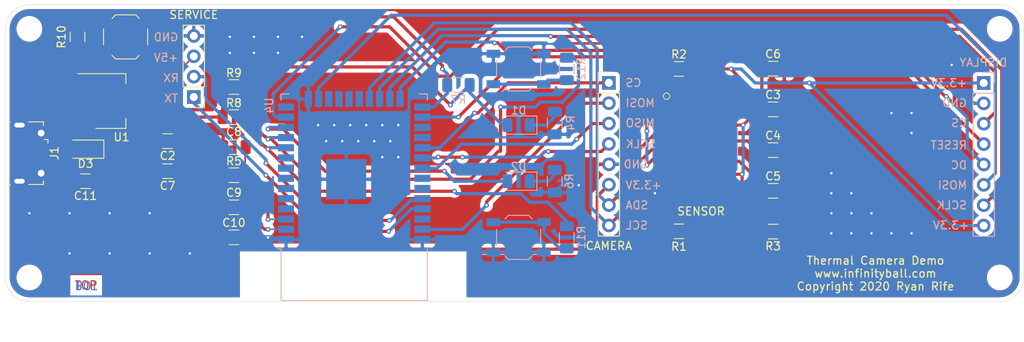
<source format=kicad_pcb>
(kicad_pcb (version 20171130) (host pcbnew "(5.1.5)-3")
  (title_block (title "AMG8833 Thermal Camera") (date 2020-04-11) (company "Ryan Rife"))
  (layers (0 F.Cu signal) (31 B.Cu signal) (34 B.Paste user) (35 F.Paste user) (36 B.SilkS user) (37 F.SilkS user) (38 B.Mask user) (39 F.Mask user) (44 Edge.Cuts user))
  (net 0 "")
  (net 1 GND)
  (net 2 +3V3)
  (net 3 "Net-(C4-Pad1)")
  (net 4 "Net-(C5-Pad2)")
  (net 5 "Net-(C5-Pad1)")
  (net 6 "Net-(R1-Pad2)")
  (net 7 "Net-(R2-Pad1)")
  (net 8 SCLK_CAM)
  (net 9 MISO_CAM)
  (net 10 MOSI_CAM)
  (net 11 CS_CAM)
  (net 12 MCU_RX)
  (net 13 MCU_TX)
  (net 14 SCL)
  (net 15 SDA)
  (net 16 RESET_TFT)
  (net 17 CS_TFT)
  (net 18 MOSI_TFT)
  (net 19 SCLK_TFT)
  (net 20 DC_TFT)
  (net 21 "Net-(C8-Pad1)")
  (net 22 "Net-(D1-Pad1)")
  (net 23 LED0)
  (net 24 "Net-(D2-Pad1)")
  (net 25 BOOT0)
  (net 26 BUTTON0)
  (net 27 BUTTON1)
  (net 28 "Net-(C11-Pad1)")
  (net 29 "Net-(R11-Pad1)")
  (net 30 "Net-(R12-Pad1)")
  (net 31 "Net-(BOOT1-Pad1)")
  (net 32 +5V)
  (module AMG8833:XDCR_AMG8833 (layer F.Cu) (at 168.5 37.25 270)
    (fp_text reference U2 (at -3.330345 -5.393685 90) (layer F.SilkS) (effects (font (size 1.001614 1.001614) (thickness 0.015))))
    (fp_text value AMG8833)
    (pad 13 smd rect (at -2.54 -3.05 270) (size 0.7 2.6) (layers F.Cu F.Paste F.Mask) (net 2 +3V3))
    (pad 12 smd rect (at -1.27 -3.05 270) (size 0.7 2.6) (layers F.Cu F.Paste F.Mask) (net 3 "Net-(C4-Pad1)"))
    (pad 11 smd rect (at 0 -3.05 270) (size 0.7 2.6) (layers F.Cu F.Paste F.Mask))
    (pad 10 smd rect (at 1.27 -3.05 270) (size 0.7 2.6) (layers F.Cu F.Paste F.Mask) (net 5 "Net-(C5-Pad1)"))
    (pad 9 smd rect (at 2.54 -3.05 270) (size 0.7 2.6) (layers F.Cu F.Paste F.Mask) (net 2 +3V3))
    (pad 6 smd rect (at 2.54 3.05 270) (size 0.7 2.6) (layers F.Cu F.Paste F.Mask) (net 1 GND))
    (pad 5 smd rect (at 1.27 3.05 270) (size 0.7 2.6) (layers F.Cu F.Paste F.Mask) (net 6 "Net-(R1-Pad2)"))
    (pad 4 smd rect (at 0 3.05 270) (size 0.7 2.6) (layers F.Cu F.Paste F.Mask) (net 7 "Net-(R2-Pad1)"))
    (pad 3 smd rect (at -1.27 3.05 270) (size 0.7 2.6) (layers F.Cu F.Paste F.Mask) (net 14 SCL))
    (pad 2 smd rect (at -2.54 3.05 270) (size 0.7 2.6) (layers F.Cu F.Paste F.Mask) (net 15 SDA))
    (pad 8 smd rect (at 5.5 -3.05 270) (size 0.8 2.6) (layers F.Cu F.Paste F.Mask))
    (pad 7 smd rect (at 5.5 3.05 270) (size 0.8 2.6) (layers F.Cu F.Paste F.Mask))
    (pad 1 smd rect (at -5.5 2.55 270) (size 0.8 3.6) (layers F.Cu F.Paste F.Mask))
    (pad 14 smd rect (at -5.5 -3.05 270) (size 0.8 2.6) (layers F.Cu F.Paste F.Mask))
  )
  (module Button_Switch_SMD:SW_SPST_TL3342 (layer B.Cu) (at 146 27)
    (fp_text reference SW3 hide)
    (fp_text value SW_Push)
    (pad 2 smd rect (at 3.15 -1.9) (size 1.7 1) (layers B.Cu B.Paste B.Mask) (net 1 GND))
    (pad 2 smd rect (at -3.15 -1.9) (size 1.7 1) (layers B.Cu B.Paste B.Mask) (net 1 GND))
    (pad 1 smd rect (at 3.15 1.9) (size 1.7 1) (layers B.Cu B.Paste B.Mask) (net 30 "Net-(R12-Pad1)"))
    (pad 1 smd rect (at -3.15 1.9) (size 1.7 1) (layers B.Cu B.Paste B.Mask) (net 30 "Net-(R12-Pad1)"))
  )
  (module Button_Switch_SMD:SW_SPST_TL3342 (layer B.Cu) (at 146 48 180)
    (fp_text reference SW2 hide)
    (fp_text value SW_Push)
    (pad 2 smd rect (at 3.15 -1.9 180) (size 1.7 1) (layers B.Cu B.Paste B.Mask) (net 1 GND))
    (pad 2 smd rect (at -3.15 -1.9 180) (size 1.7 1) (layers B.Cu B.Paste B.Mask) (net 1 GND))
    (pad 1 smd rect (at 3.15 1.9 180) (size 1.7 1) (layers B.Cu B.Paste B.Mask) (net 29 "Net-(R11-Pad1)"))
    (pad 1 smd rect (at -3.15 1.9 180) (size 1.7 1) (layers B.Cu B.Paste B.Mask) (net 29 "Net-(R11-Pad1)"))
  )
  (module Button_Switch_SMD:SW_SPST_TL3342 (layer F.Cu) (at 97 23)
    (fp_text reference BOOT1 hide)
    (fp_text value SW_Push)
    (pad 2 smd rect (at 3.15 1.9) (size 1.7 1) (layers F.Cu F.Paste F.Mask) (net 1 GND))
    (pad 2 smd rect (at -3.15 1.9) (size 1.7 1) (layers F.Cu F.Paste F.Mask) (net 1 GND))
    (pad 1 smd rect (at 3.15 -1.9) (size 1.7 1) (layers F.Cu F.Paste F.Mask) (net 31 "Net-(BOOT1-Pad1)"))
    (pad 1 smd rect (at -3.15 -1.9) (size 1.7 1) (layers F.Cu F.Paste F.Mask) (net 31 "Net-(BOOT1-Pad1)"))
  )
  (module Diode_SMD:D_1206_3216Metric (layer F.Cu) (at 92 37 180)
    (fp_text reference D3 (at 0 -1.82) (layer F.SilkS))
    (fp_text value D_Schottky)
    (pad 2 smd roundrect (at 1.4 0 180) (size 1.25 1.75) (layers F.Cu F.Paste F.Mask) (roundrect_rratio 0.2) (net 32 +5V))
    (pad 1 smd roundrect (at -1.4 0 180) (size 1.25 1.75) (layers F.Cu F.Paste F.Mask) (roundrect_rratio 0.2) (net 28 "Net-(C11-Pad1)"))
  )
  (module MountingHole:MountingHole_2.2mm_M2 (layer F.Cu) (at 206 22)
    (fp_text reference H4 hide)
    (fp_text value MountingHole)
    (pad 1 np_thru_hole circle (at 0 0) (size 2.2 2.2) (drill 2.2) (layers *.Cu *.Mask))
  )
  (module Resistor_SMD:R_1206_3216Metric (layer B.Cu) (at 152 27 90)
    (fp_text reference R12 (at 0 1.82 -90) (layer B.SilkS) (effects (justify mirror)))
    (fp_text value 1K)
    (pad 2 smd roundrect (at 1.4 0 90) (size 1.25 1.75) (layers B.Cu B.Paste B.Mask) (roundrect_rratio 0.2) (net 27 BUTTON1))
    (pad 1 smd roundrect (at -1.4 0 90) (size 1.25 1.75) (layers B.Cu B.Paste B.Mask) (roundrect_rratio 0.2) (net 30 "Net-(R12-Pad1)"))
  )
  (module Resistor_SMD:R_1206_3216Metric (layer B.Cu) (at 152 48 90)
    (fp_text reference R11 (at 0 1.82 -90) (layer B.SilkS) (effects (justify mirror)))
    (fp_text value 1K)
    (pad 2 smd roundrect (at 1.4 0 90) (size 1.25 1.75) (layers B.Cu B.Paste B.Mask) (roundrect_rratio 0.2) (net 26 BUTTON0))
    (pad 1 smd roundrect (at -1.4 0 90) (size 1.25 1.75) (layers B.Cu B.Paste B.Mask) (roundrect_rratio 0.2) (net 29 "Net-(R11-Pad1)"))
  )
  (module Resistor_SMD:R_1206_3216Metric (layer F.Cu) (at 91 23 270)
    (fp_text reference R10 (at 0 2 90) (layer F.SilkS))
    (fp_text value 1K)
    (pad 2 smd roundrect (at 1.4 0 270) (size 1.25 1.75) (layers F.Cu F.Paste F.Mask) (roundrect_rratio 0.2) (net 25 BOOT0))
    (pad 1 smd roundrect (at -1.4 0 270) (size 1.25 1.75) (layers F.Cu F.Paste F.Mask) (roundrect_rratio 0.2) (net 31 "Net-(BOOT1-Pad1)"))
  )
  (module Resistor_SMD:R_1206_3216Metric (layer F.Cu) (at 110.5 29.25 180)
    (fp_text reference R9 (at 0 1.75) (layer F.SilkS))
    (fp_text value 10K)
    (pad 2 smd roundrect (at 1.4 0 180) (size 1.25 1.75) (layers F.Cu F.Paste F.Mask) (roundrect_rratio 0.2) (net 2 +3V3))
    (pad 1 smd roundrect (at -1.4 0 180) (size 1.25 1.75) (layers F.Cu F.Paste F.Mask) (roundrect_rratio 0.2) (net 27 BUTTON1))
  )
  (module Resistor_SMD:R_1206_3216Metric (layer F.Cu) (at 110.5 33 180)
    (fp_text reference R8 (at 0 1.75 180) (layer F.SilkS))
    (fp_text value 10K)
    (pad 2 smd roundrect (at 1.4 0 180) (size 1.25 1.75) (layers F.Cu F.Paste F.Mask) (roundrect_rratio 0.2) (net 2 +3V3))
    (pad 1 smd roundrect (at -1.4 0 180) (size 1.25 1.75) (layers F.Cu F.Paste F.Mask) (roundrect_rratio 0.2) (net 26 BUTTON0))
  )
  (module Resistor_SMD:R_1206_3216Metric (layer B.Cu) (at 138.5 29)
    (fp_text reference R7 (at 0 1.82) (layer B.SilkS) (effects (justify mirror)))
    (fp_text value 10K)
    (pad 2 smd roundrect (at 1.4 0) (size 1.25 1.75) (layers B.Cu B.Paste B.Mask) (roundrect_rratio 0.2) (net 2 +3V3))
    (pad 1 smd roundrect (at -1.4 0) (size 1.25 1.75) (layers B.Cu B.Paste B.Mask) (roundrect_rratio 0.2) (net 25 BOOT0))
  )
  (module Resistor_SMD:R_1206_3216Metric (layer B.Cu) (at 150.5 41 90)
    (fp_text reference R6 (at 0 1.82 90) (layer B.SilkS) (effects (justify mirror)))
    (fp_text value 1K)
    (pad 2 smd roundrect (at 1.4 0 90) (size 1.25 1.75) (layers B.Cu B.Paste B.Mask) (roundrect_rratio 0.2) (net 24 "Net-(D2-Pad1)"))
    (pad 1 smd roundrect (at -1.4 0 90) (size 1.25 1.75) (layers B.Cu B.Paste B.Mask) (roundrect_rratio 0.2) (net 1 GND))
  )
  (module Resistor_SMD:R_1206_3216Metric (layer B.Cu) (at 150.5 33.75 270)
    (fp_text reference R4 (at 0 -2 270) (layer B.SilkS) (effects (justify mirror)))
    (fp_text value 1K)
    (pad 2 smd roundrect (at 1.4 0 270) (size 1.25 1.75) (layers B.Cu B.Paste B.Mask) (roundrect_rratio 0.2) (net 1 GND))
    (pad 1 smd roundrect (at -1.4 0 270) (size 1.25 1.75) (layers B.Cu B.Paste B.Mask) (roundrect_rratio 0.2) (net 22 "Net-(D1-Pad1)"))
  )
  (module LED_SMD:LED_1206_3216Metric (layer B.Cu) (at 146 41 180)
    (fp_text reference D2 (at 0 1.82) (layer B.SilkS) (effects (justify mirror)))
    (fp_text value LED)
    (pad 2 smd roundrect (at 1.4 0 180) (size 1.25 1.75) (layers B.Cu B.Paste B.Mask) (roundrect_rratio 0.2) (net 23 LED0))
    (pad 1 smd roundrect (at -1.4 0 180) (size 1.25 1.75) (layers B.Cu B.Paste B.Mask) (roundrect_rratio 0.2) (net 24 "Net-(D2-Pad1)"))
  )
  (module LED_SMD:LED_1206_3216Metric (layer B.Cu) (at 146 34 180)
    (fp_text reference D1 (at 0 1.82) (layer B.SilkS) (effects (justify mirror)))
    (fp_text value LED)
    (pad 2 smd roundrect (at 1.4 0 180) (size 1.25 1.75) (layers B.Cu B.Paste B.Mask) (roundrect_rratio 0.2) (net 2 +3V3))
    (pad 1 smd roundrect (at -1.4 0 180) (size 1.25 1.75) (layers B.Cu B.Paste B.Mask) (roundrect_rratio 0.2) (net 22 "Net-(D1-Pad1)"))
  )
  (module Capacitor_SMD:C_1206_3216Metric (layer F.Cu) (at 92 41 180)
    (fp_text reference C11 (at 0 -1.82) (layer F.SilkS))
    (fp_text value 100nf)
    (pad 2 smd roundrect (at 1.4 0 180) (size 1.25 1.75) (layers F.Cu F.Paste F.Mask) (roundrect_rratio 0.2) (net 1 GND))
    (pad 1 smd roundrect (at -1.4 0 180) (size 1.25 1.75) (layers F.Cu F.Paste F.Mask) (roundrect_rratio 0.2) (net 28 "Net-(C11-Pad1)"))
  )
  (module Resistor_SMD:R_1206_3216Metric (layer F.Cu) (at 110.5 40.25)
    (fp_text reference R5 (at 0 -1.75) (layer F.SilkS))
    (fp_text value 10K)
    (pad 2 smd roundrect (at 1.4 0) (size 1.25 1.75) (layers F.Cu F.Paste F.Mask) (roundrect_rratio 0.2) (net 21 "Net-(C8-Pad1)"))
    (pad 1 smd roundrect (at -1.4 0) (size 1.25 1.75) (layers F.Cu F.Paste F.Mask) (roundrect_rratio 0.2) (net 2 +3V3))
  )
  (module Capacitor_SMD:C_1206_3216Metric (layer F.Cu) (at 110.5 48)
    (fp_text reference C10 (at 0 -1.82) (layer F.SilkS))
    (fp_text value 10uf)
    (pad 2 smd roundrect (at 1.4 0) (size 1.25 1.75) (layers F.Cu F.Paste F.Mask) (roundrect_rratio 0.2) (net 1 GND))
    (pad 1 smd roundrect (at -1.4 0) (size 1.25 1.75) (layers F.Cu F.Paste F.Mask) (roundrect_rratio 0.2) (net 2 +3V3))
  )
  (module Capacitor_SMD:C_1206_3216Metric (layer F.Cu) (at 110.5 44.25)
    (fp_text reference C9 (at 0 -1.82) (layer F.SilkS))
    (fp_text value 100uf)
    (pad 2 smd roundrect (at 1.4 0) (size 1.25 1.75) (layers F.Cu F.Paste F.Mask) (roundrect_rratio 0.2) (net 1 GND))
    (pad 1 smd roundrect (at -1.4 0) (size 1.25 1.75) (layers F.Cu F.Paste F.Mask) (roundrect_rratio 0.2) (net 2 +3V3))
  )
  (module Capacitor_SMD:C_1206_3216Metric (layer F.Cu) (at 110.565 36.75 180)
    (fp_text reference C8 (at 0.065 1.91) (layer F.SilkS))
    (fp_text value 1uf)
    (pad 2 smd roundrect (at 1.4 0 180) (size 1.25 1.75) (layers F.Cu F.Paste F.Mask) (roundrect_rratio 0.2) (net 1 GND))
    (pad 1 smd roundrect (at -1.4 0 180) (size 1.25 1.75) (layers F.Cu F.Paste F.Mask) (roundrect_rratio 0.2) (net 21 "Net-(C8-Pad1)"))
  )
  (module Capacitor_SMD:C_1206_3216Metric (layer F.Cu) (at 102.235 39.75 180)
    (fp_text reference C7 (at 0 -1.82) (layer F.SilkS))
    (fp_text value 10uf)
    (pad 2 smd roundrect (at 1.4 0 180) (size 1.25 1.75) (layers F.Cu F.Paste F.Mask) (roundrect_rratio 0.2) (net 1 GND))
    (pad 1 smd roundrect (at -1.4 0 180) (size 1.25 1.75) (layers F.Cu F.Paste F.Mask) (roundrect_rratio 0.2) (net 2 +3V3))
  )
  (module Capacitor_SMD:C_1206_3216Metric (layer F.Cu) (at 102.235 36 180)
    (fp_text reference C2 (at 0 -1.82) (layer F.SilkS))
    (fp_text value 100nf)
    (pad 2 smd roundrect (at 1.4 0 180) (size 1.25 1.75) (layers F.Cu F.Paste F.Mask) (roundrect_rratio 0.2) (net 1 GND))
    (pad 1 smd roundrect (at -1.4 0 180) (size 1.25 1.75) (layers F.Cu F.Paste F.Mask) (roundrect_rratio 0.2) (net 2 +3V3))
  )
  (module MountingHole:MountingHole_2.2mm_M2 (layer F.Cu) (at 206 53)
    (fp_text reference H3 hide)
    (fp_text value MountingHole)
    (pad 1 np_thru_hole circle (at 0 0) (size 2.2 2.2) (drill 2.2) (layers *.Cu *.Mask))
  )
  (module MountingHole:MountingHole_2.2mm_M2 (layer F.Cu) (at 85 53)
    (fp_text reference H2 hide)
    (fp_text value MountingHole)
    (pad 1 np_thru_hole circle (at 0 0) (size 2.2 2.2) (drill 2.2) (layers *.Cu *.Mask))
  )
  (module MountingHole:MountingHole_2.2mm_M2 (layer F.Cu) (at 85 22)
    (fp_text reference H1 hide)
    (fp_text value MountingHole)
    (pad 1 np_thru_hole circle (at 0 0) (size 2.2 2.2) (drill 2.2) (layers *.Cu *.Mask))
  )
  (module Resistor_SMD:R_1206_3216Metric (layer F.Cu) (at 177.73 47.28 180)
    (fp_text reference R3 (at 0 -1.82) (layer F.SilkS))
    (fp_text value 22)
    (pad 1 smd roundrect (at -1.4 0 180) (size 1.25 1.75) (layers F.Cu F.Paste F.Mask) (roundrect_rratio 0.2) (net 4 "Net-(C5-Pad2)"))
    (pad 2 smd roundrect (at 1.4 0 180) (size 1.25 1.75) (layers F.Cu F.Paste F.Mask) (roundrect_rratio 0.2) (net 1 GND))
  )
  (module Connector_PinHeader_2.54mm:PinHeader_1x04_P2.54mm_Vertical (layer F.Cu) (at 105.5 30.5 180)
    (fp_text reference U7 hide)
    (fp_text value ESP32_PROG)
    (pad 4 thru_hole oval (at 0 7.62 180) (size 1.7 1.7) (drill 1) (layers *.Cu *.Mask) (net 1 GND))
    (pad 3 thru_hole oval (at 0 5.08 180) (size 1.7 1.7) (drill 1) (layers *.Cu *.Mask) (net 2 +3V3))
    (pad 2 thru_hole oval (at 0 2.54 180) (size 1.7 1.7) (drill 1) (layers *.Cu *.Mask) (net 12 MCU_RX))
    (pad 1 thru_hole rect (at 0 0 180) (size 1.7 1.7) (drill 1) (layers *.Cu *.Mask) (net 13 MCU_TX))
  )
  (module Connector_PinHeader_2.54mm:PinHeader_1x08_P2.54mm_Vertical (layer F.Cu) (at 157.26 28.73)
    (fp_text reference U6 hide)
    (fp_text value Arducam_SPI)
    (pad 1 thru_hole rect (at 0 0) (size 1.7 1.7) (drill 1) (layers *.Cu *.Mask) (net 11 CS_CAM))
    (pad 2 thru_hole oval (at 0 2.54) (size 1.7 1.7) (drill 1) (layers *.Cu *.Mask) (net 10 MOSI_CAM))
    (pad 3 thru_hole oval (at 0 5.08) (size 1.7 1.7) (drill 1) (layers *.Cu *.Mask) (net 9 MISO_CAM))
    (pad 4 thru_hole oval (at 0 7.62) (size 1.7 1.7) (drill 1) (layers *.Cu *.Mask) (net 8 SCLK_CAM))
    (pad 5 thru_hole oval (at 0 10.16) (size 1.7 1.7) (drill 1) (layers *.Cu *.Mask) (net 1 GND))
    (pad 6 thru_hole oval (at 0 12.7) (size 1.7 1.7) (drill 1) (layers *.Cu *.Mask) (net 2 +3V3))
    (pad 7 thru_hole oval (at 0 15.24) (size 1.7 1.7) (drill 1) (layers *.Cu *.Mask) (net 15 SDA))
    (pad 8 thru_hole oval (at 0 17.78) (size 1.7 1.7) (drill 1) (layers *.Cu *.Mask) (net 14 SCL))
  )
  (module Connector_PinHeader_2.54mm:PinHeader_1x08_P2.54mm_Vertical (layer B.Cu) (at 204 28.75 180)
    (fp_text reference U5 hide)
    (fp_text value ILI9341-HLG-18)
    (pad 8 thru_hole oval (at 0 -17.78 180) (size 1.7 1.7) (drill 1) (layers *.Cu *.Mask) (net 2 +3V3))
    (pad 7 thru_hole oval (at 0 -15.24 180) (size 1.7 1.7) (drill 1) (layers *.Cu *.Mask) (net 19 SCLK_TFT))
    (pad 6 thru_hole oval (at 0 -12.7 180) (size 1.7 1.7) (drill 1) (layers *.Cu *.Mask) (net 18 MOSI_TFT))
    (pad 5 thru_hole oval (at 0 -10.16 180) (size 1.7 1.7) (drill 1) (layers *.Cu *.Mask) (net 20 DC_TFT))
    (pad 4 thru_hole oval (at 0 -7.62 180) (size 1.7 1.7) (drill 1) (layers *.Cu *.Mask) (net 16 RESET_TFT))
    (pad 3 thru_hole oval (at 0 -5.08 180) (size 1.7 1.7) (drill 1) (layers *.Cu *.Mask) (net 17 CS_TFT))
    (pad 2 thru_hole oval (at 0 -2.54 180) (size 1.7 1.7) (drill 1) (layers *.Cu *.Mask) (net 1 GND))
    (pad 1 thru_hole rect (at 0 0 180) (size 1.7 1.7) (drill 1) (layers *.Cu *.Mask) (net 2 +3V3))
  )
  (module RF_Module:ESP32-WROOM-32 (layer B.Cu) (at 125.5 40)
    (fp_text reference U4 (at -10.61 -8.43 -270) (layer B.SilkS) (effects (justify mirror)))
    (fp_text value ESP32-WROOM-32)
    (pad 38 smd rect (at 8.5 8.255) (size 2 0.9) (layers B.Cu B.Paste B.Mask) (net 1 GND))
    (pad 37 smd rect (at 8.5 6.985) (size 2 0.9) (layers B.Cu B.Paste B.Mask) (net 10 MOSI_CAM))
    (pad 36 smd rect (at 8.5 5.715) (size 2 0.9) (layers B.Cu B.Paste B.Mask))
    (pad 35 smd rect (at 8.5 4.445) (size 2 0.9) (layers B.Cu B.Paste B.Mask) (net 13 MCU_TX))
    (pad 34 smd rect (at 8.5 3.175) (size 2 0.9) (layers B.Cu B.Paste B.Mask) (net 12 MCU_RX))
    (pad 33 smd rect (at 8.5 1.905) (size 2 0.9) (layers B.Cu B.Paste B.Mask))
    (pad 32 smd rect (at 8.5 0.635) (size 2 0.9) (layers B.Cu B.Paste B.Mask))
    (pad 31 smd rect (at 8.5 -0.635) (size 2 0.9) (layers B.Cu B.Paste B.Mask) (net 9 MISO_CAM))
    (pad 30 smd rect (at 8.5 -1.905) (size 2 0.9) (layers B.Cu B.Paste B.Mask) (net 8 SCLK_CAM))
    (pad 29 smd rect (at 8.5 -3.175) (size 2 0.9) (layers B.Cu B.Paste B.Mask) (net 11 CS_CAM))
    (pad 28 smd rect (at 8.5 -4.445) (size 2 0.9) (layers B.Cu B.Paste B.Mask))
    (pad 27 smd rect (at 8.5 -5.715) (size 2 0.9) (layers B.Cu B.Paste B.Mask))
    (pad 26 smd rect (at 8.5 -6.985) (size 2 0.9) (layers B.Cu B.Paste B.Mask) (net 16 RESET_TFT))
    (pad 25 smd rect (at 8.5 -8.255) (size 2 0.9) (layers B.Cu B.Paste B.Mask) (net 25 BOOT0))
    (pad 24 smd rect (at 5.715 -9.255 270) (size 2 0.9) (layers B.Cu B.Paste B.Mask) (net 20 DC_TFT))
    (pad 23 smd rect (at 4.445 -9.255 270) (size 2 0.9) (layers B.Cu B.Paste B.Mask) (net 17 CS_TFT))
    (pad 22 smd rect (at 3.175 -9.255 270) (size 2 0.9) (layers B.Cu B.Paste B.Mask) (net 14 SCL))
    (pad 21 smd rect (at 1.905 -9.255 270) (size 2 0.9) (layers B.Cu B.Paste B.Mask) (net 15 SDA))
    (pad 20 smd rect (at 0.635 -9.255 270) (size 2 0.9) (layers B.Cu B.Paste B.Mask))
    (pad 19 smd rect (at -0.635 -9.255 270) (size 2 0.9) (layers B.Cu B.Paste B.Mask))
    (pad 18 smd rect (at -1.905 -9.255 270) (size 2 0.9) (layers B.Cu B.Paste B.Mask))
    (pad 17 smd rect (at -3.175 -9.255 270) (size 2 0.9) (layers B.Cu B.Paste B.Mask))
    (pad 16 smd rect (at -4.445 -9.255 270) (size 2 0.9) (layers B.Cu B.Paste B.Mask) (net 18 MOSI_TFT))
    (pad 15 smd rect (at -5.715 -9.255 270) (size 2 0.9) (layers B.Cu B.Paste B.Mask) (net 1 GND))
    (pad 14 smd rect (at -8.5 -8.255) (size 2 0.9) (layers B.Cu B.Paste B.Mask))
    (pad 13 smd rect (at -8.5 -6.985) (size 2 0.9) (layers B.Cu B.Paste B.Mask) (net 19 SCLK_TFT))
    (pad 12 smd rect (at -8.5 -5.715) (size 2 0.9) (layers B.Cu B.Paste B.Mask) (net 23 LED0))
    (pad 11 smd rect (at -8.5 -4.445) (size 2 0.9) (layers B.Cu B.Paste B.Mask) (net 27 BUTTON1))
    (pad 10 smd rect (at -8.5 -3.175) (size 2 0.9) (layers B.Cu B.Paste B.Mask) (net 26 BUTTON0))
    (pad 9 smd rect (at -8.5 -1.905) (size 2 0.9) (layers B.Cu B.Paste B.Mask))
    (pad 8 smd rect (at -8.5 -0.635) (size 2 0.9) (layers B.Cu B.Paste B.Mask))
    (pad 7 smd rect (at -8.5 0.635) (size 2 0.9) (layers B.Cu B.Paste B.Mask))
    (pad 6 smd rect (at -8.5 1.905) (size 2 0.9) (layers B.Cu B.Paste B.Mask))
    (pad 5 smd rect (at -8.5 3.175) (size 2 0.9) (layers B.Cu B.Paste B.Mask))
    (pad 4 smd rect (at -8.5 4.445) (size 2 0.9) (layers B.Cu B.Paste B.Mask))
    (pad 3 smd rect (at -8.5 5.715) (size 2 0.9) (layers B.Cu B.Paste B.Mask) (net 21 "Net-(C8-Pad1)"))
    (pad 2 smd rect (at -8.5 6.985) (size 2 0.9) (layers B.Cu B.Paste B.Mask) (net 2 +3V3))
    (pad 1 smd rect (at -8.5 8.255) (size 2 0.9) (layers B.Cu B.Paste B.Mask) (net 1 GND))
    (pad 39 smd rect (at -1 0.755) (size 5 5) (layers B.Cu B.Paste B.Mask) (net 1 GND))
  )
  (module Package_TO_SOT_SMD:SOT-223-3_TabPin2 (layer F.Cu) (at 95.123 31)
    (fp_text reference U1 (at 1.377 4.5) (layer F.SilkS))
    (fp_text value AMS1117-3.3)
    (pad 1 smd rect (at -3.15 -2.3) (size 2 1.5) (layers F.Cu F.Paste F.Mask) (net 1 GND))
    (pad 3 smd rect (at -3.15 2.3) (size 2 1.5) (layers F.Cu F.Paste F.Mask) (net 28 "Net-(C11-Pad1)"))
    (pad 2 smd rect (at -3.15 0) (size 2 1.5) (layers F.Cu F.Paste F.Mask) (net 2 +3V3))
    (pad 2 smd rect (at 3.15 0) (size 2 3.8) (layers F.Cu F.Paste F.Mask) (net 2 +3V3))
  )
  (module Resistor_SMD:R_1206_3216Metric (layer F.Cu) (at 166 27)
    (fp_text reference R2 (at 0 -1.82) (layer F.SilkS))
    (fp_text value 5K)
    (pad 2 smd roundrect (at 1.4 0) (size 1.25 1.75) (layers F.Cu F.Paste F.Mask) (roundrect_rratio 0.2) (net 2 +3V3))
    (pad 1 smd roundrect (at -1.4 0) (size 1.25 1.75) (layers F.Cu F.Paste F.Mask) (roundrect_rratio 0.2) (net 7 "Net-(R2-Pad1)"))
  )
  (module Resistor_SMD:R_1206_3216Metric (layer F.Cu) (at 166 47.25 180)
    (fp_text reference R1 (at 0 -1.905) (layer F.SilkS))
    (fp_text value 5K)
    (pad 2 smd roundrect (at 1.4 0 180) (size 1.25 1.75) (layers F.Cu F.Paste F.Mask) (roundrect_rratio 0.2) (net 6 "Net-(R1-Pad2)"))
    (pad 1 smd roundrect (at -1.4 0 180) (size 1.25 1.75) (layers F.Cu F.Paste F.Mask) (roundrect_rratio 0.2) (net 2 +3V3))
  )
  (module Connector_USB:USB_Micro-B_Molex-105017-0001 (layer F.Cu) (at 85 37.5 270)
    (fp_text reference J1 (at 0 -3.1125 90) (layer F.SilkS))
    (fp_text value USB_B_Mini)
    (pad 6 smd rect (at -2.9 1.2375 270) (size 1.2 1.9) (layers F.Cu F.Mask) (net 1 GND))
    (pad 6 smd rect (at 2.9 1.2375 270) (size 1.2 1.9) (layers F.Cu F.Mask) (net 1 GND))
    (pad 6 thru_hole oval (at 3.5 1.2375 270) (size 1.2 1.9) (drill oval 0.6 1.3) (layers *.Cu *.Mask) (net 1 GND))
    (pad 6 thru_hole oval (at -3.5 1.2375 90) (size 1.2 1.9) (drill oval 0.6 1.3) (layers *.Cu *.Mask) (net 1 GND))
    (pad 6 smd rect (at -1 1.2375 270) (size 1.5 1.9) (layers F.Cu F.Paste F.Mask) (net 1 GND))
    (pad 6 thru_hole circle (at 2.5 -1.4625 270) (size 1.45 1.45) (drill 0.85) (layers *.Cu *.Mask) (net 1 GND))
    (pad 3 smd rect (at 0 -1.4625 270) (size 0.4 1.35) (layers F.Cu F.Paste F.Mask))
    (pad 4 smd rect (at 0.65 -1.4625 270) (size 0.4 1.35) (layers F.Cu F.Paste F.Mask))
    (pad 5 smd rect (at 1.3 -1.4625 270) (size 0.4 1.35) (layers F.Cu F.Paste F.Mask) (net 1 GND))
    (pad 1 smd rect (at -1.3 -1.4625 270) (size 0.4 1.35) (layers F.Cu F.Paste F.Mask) (net 32 +5V))
    (pad 2 smd rect (at -0.65 -1.4625 270) (size 0.4 1.35) (layers F.Cu F.Paste F.Mask))
    (pad 6 thru_hole circle (at -2.5 -1.4625 270) (size 1.45 1.45) (drill 0.85) (layers *.Cu *.Mask) (net 1 GND))
    (pad 6 smd rect (at 1 1.2375 270) (size 1.5 1.9) (layers F.Cu F.Paste F.Mask) (net 1 GND))
  )
  (module Capacitor_SMD:C_1206_3216Metric (layer F.Cu) (at 177.73 26.96)
    (fp_text reference C6 (at 0 -1.82) (layer F.SilkS))
    (fp_text value 0.1uF)
    (pad 1 smd roundrect (at -1.4 0) (size 1.25 1.75) (layers F.Cu F.Paste F.Mask) (roundrect_rratio 0.2) (net 2 +3V3))
    (pad 2 smd roundrect (at 1.4 0) (size 1.25 1.75) (layers F.Cu F.Paste F.Mask) (roundrect_rratio 0.2) (net 1 GND))
  )
  (module Capacitor_SMD:C_1206_3216Metric (layer F.Cu) (at 177.73 42.2)
    (fp_text reference C5 (at 0 -1.82) (layer F.SilkS))
    (fp_text value 1uF)
    (pad 1 smd roundrect (at -1.4 0) (size 1.25 1.75) (layers F.Cu F.Paste F.Mask) (roundrect_rratio 0.2) (net 5 "Net-(C5-Pad1)"))
    (pad 2 smd roundrect (at 1.4 0) (size 1.25 1.75) (layers F.Cu F.Paste F.Mask) (roundrect_rratio 0.2) (net 4 "Net-(C5-Pad2)"))
  )
  (module Capacitor_SMD:C_1206_3216Metric (layer F.Cu) (at 177.73 37.12)
    (fp_text reference C4 (at 0 -1.82) (layer F.SilkS))
    (fp_text value 2.2uF)
    (pad 1 smd roundrect (at -1.4 0) (size 1.25 1.75) (layers F.Cu F.Paste F.Mask) (roundrect_rratio 0.2) (net 3 "Net-(C4-Pad1)"))
    (pad 2 smd roundrect (at 1.4 0) (size 1.25 1.75) (layers F.Cu F.Paste F.Mask) (roundrect_rratio 0.2) (net 1 GND))
  )
  (module Capacitor_SMD:C_1206_3216Metric (layer F.Cu) (at 177.73 32.04)
    (fp_text reference C3 (at 0 -1.82) (layer F.SilkS))
    (fp_text value 10uF)
    (pad 1 smd roundrect (at -1.4 0) (size 1.25 1.75) (layers F.Cu F.Paste F.Mask) (roundrect_rratio 0.2) (net 2 +3V3))
    (pad 2 smd roundrect (at 1.4 0) (size 1.25 1.75) (layers F.Cu F.Paste F.Mask) (roundrect_rratio 0.2) (net 1 GND))
  )
  (gr_arc (start 85 22) (end 85 19) (angle -90) (layer Edge.Cuts) (width 0.05))
  (gr_arc (start 85 53) (end 82 53) (angle -90) (layer Edge.Cuts) (width 0.05))
  (gr_arc (start 206 53) (end 206 56) (angle -90) (layer Edge.Cuts) (width 0.05))
  (gr_arc (start 206 22) (end 209 22) (angle -90) (layer Edge.Cuts) (width 0.05))
  (gr_line (start 82 53) (end 82 22) (layer Edge.Cuts) (width 0.05))
  (gr_line (start 206 56) (end 85 56) (layer Edge.Cuts) (width 0.05))
  (gr_line (start 209 22) (end 209 53) (layer Edge.Cuts) (width 0.05))
  (gr_line (start 85 19) (end 206 19) (layer Edge.Cuts) (width 0.05))
  (gr_text "Thermal Camera Demo\nwww.infinityball.com\nCopyright 2020 Ryan Rife" (at 190.5 52.5) (layer F.SilkS) (effects (font (size 1 1))))
  (gr_text +3.3V (at 202 28.75) (layer B.SilkS) (effects (font (size 1 1)) (justify left mirror)))
  (gr_text SCLK (at 202 44) (layer B.SilkS) (effects (font (size 1 1)) (justify left mirror)))
  (gr_text MOSI (at 202 41.5) (layer B.SilkS) (effects (font (size 1 1)) (justify left mirror)))
  (gr_text DC (at 202 39) (layer B.SilkS) (effects (font (size 1 1)) (justify left mirror)))
  (gr_text RESET (at 202 36.5) (layer B.SilkS) (effects (font (size 1 1)) (justify left mirror)))
  (gr_text CS (at 202 33.75) (layer B.SilkS) (effects (font (size 1 1)) (justify left mirror)))
  (gr_text GND (at 202 31.25) (layer B.SilkS) (effects (font (size 1 1)) (justify left mirror)))
  (gr_text +3.3V (at 202.25 46.5) (layer B.SilkS) (effects (font (size 1 1)) (justify left mirror)))
  (gr_text SCL (at 159.25 46.5) (layer B.SilkS) (effects (font (size 1 1)) (justify right mirror)))
  (gr_text SDA (at 159.25 44) (layer B.SilkS) (effects (font (size 1 1)) (justify right mirror)))
  (gr_text +3.3V (at 159.25 41.5) (layer B.SilkS) (effects (font (size 1 1)) (justify right mirror)))
  (gr_text GND (at 159 38.89) (layer B.SilkS) (effects (font (size 1 1)) (justify right mirror)))
  (gr_text SCLK (at 159.25 36.35) (layer B.SilkS) (effects (font (size 1 1)) (justify right mirror)))
  (gr_text MISO (at 159.25 33.75) (layer B.SilkS) (effects (font (size 1 1)) (justify right mirror)))
  (gr_text MOSI (at 159.25 31.25) (layer B.SilkS) (effects (font (size 1 1)) (justify right mirror)))
  (gr_text CS (at 159.25 28.73) (layer B.SilkS) (effects (font (size 1 1)) (justify right mirror)))
  (gr_text TX (at 102.672 30.671) (layer B.SilkS) (effects (font (size 1 1)) (justify mirror)))
  (gr_text RX (at 102.672 28.131) (layer B.SilkS) (effects (font (size 1 1)) (justify mirror)))
  (gr_text +5V (at 102.037 25.591) (layer B.SilkS) (effects (font (size 1 1)) (justify mirror)))
  (gr_text GND (at 102.037 23.051) (layer B.SilkS) (effects (font (size 1 1)) (justify mirror)))
  (gr_text SERVICE (at 105.5 20.25) (layer F.SilkS) (effects (font (size 1 1))))
  (gr_text DISPLAY (at 203.945 26.19) (layer B.SilkS) (effects (font (size 1 1)) (justify mirror)))
  (gr_text CAMERA (at 157.26 49.05) (layer F.SilkS) (effects (font (size 1 1))))
  (gr_text SENSOR (at 168.75 44.75) (layer F.SilkS) (effects (font (size 1 1))))
  (gr_text TOP (at 92.075 53.975) (layer F.Cu) (effects (font (size 1 1))))
  (gr_text BOT (at 92.075 53.975 180) (layer B.Cu) (effects (font (size 1 1)) (justify mirror)))
  (segment (start 89.325001 38.850001) (end 86.4625 38.850001) (width 0.2) (layer F.Cu) (net 1))
  (segment (start 90.6 41) (end 90.6 40.125) (width 0.2) (layer F.Cu) (net 1))
  (segment (start 90.6 40.125) (end 89.325001 38.850001) (width 0.2) (layer F.Cu) (net 1))
  (via (at 114.75 48) (size 0.6) (drill 0.3) (layers F.Cu B.Cu) (net 1))
  (segment (start 114.75 48) (end 116.745 48) (width 0.2) (layer B.Cu) (net 1))
  (segment (start 116.745 48) (end 117 48.255) (width 0.2) (layer B.Cu) (net 1))
  (via (at 90 45) (size 0.6) (drill 0.3) (layers F.Cu B.Cu) (net 1))
  (via (at 95 45) (size 0.6) (drill 0.3) (layers F.Cu B.Cu) (net 1))
  (via (at 100 45) (size 0.6) (drill 0.3) (layers F.Cu B.Cu) (net 1))
  (via (at 100 50) (size 0.6) (drill 0.3) (layers F.Cu B.Cu) (net 1))
  (via (at 95 50) (size 0.6) (drill 0.3) (layers F.Cu B.Cu) (net 1))
  (via (at 90 50) (size 0.6) (drill 0.3) (layers F.Cu B.Cu) (net 1))
  (via (at 85 45) (size 0.6) (drill 0.3) (layers F.Cu B.Cu) (net 1))
  (via (at 185 42.5) (size 0.6) (drill 0.3) (layers F.Cu B.Cu) (net 1))
  (via (at 185 45) (size 0.6) (drill 0.3) (layers F.Cu B.Cu) (net 1))
  (via (at 190 45) (size 0.6) (drill 0.3) (layers F.Cu B.Cu) (net 1))
  (via (at 195 47.5) (size 0.6) (drill 0.3) (layers F.Cu B.Cu) (net 1))
  (via (at 190 47.5) (size 0.6) (drill 0.3) (layers F.Cu B.Cu) (net 1))
  (via (at 185 47.5) (size 0.6) (drill 0.3) (layers F.Cu B.Cu) (net 1))
  (via (at 187.5 47.5) (size 0.6) (drill 0.3) (layers F.Cu B.Cu) (net 1))
  (via (at 187.5 45) (size 0.6) (drill 0.3) (layers F.Cu B.Cu) (net 1))
  (via (at 187.5 42.5) (size 0.6) (drill 0.3) (layers F.Cu B.Cu) (net 1))
  (via (at 192.5 47.5) (size 0.6) (drill 0.3) (layers F.Cu B.Cu) (net 1))
  (via (at 105 50) (size 0.6) (drill 0.3) (layers F.Cu B.Cu) (net 1))
  (via (at 192.5 32.5) (size 0.6) (drill 0.3) (layers F.Cu B.Cu) (net 1))
  (via (at 195 32.5) (size 0.6) (drill 0.3) (layers F.Cu B.Cu) (net 1))
  (via (at 195 35) (size 0.6) (drill 0.3) (layers F.Cu B.Cu) (net 1))
  (via (at 185 40) (size 0.6) (drill 0.3) (layers F.Cu B.Cu) (net 1))
  (segment (start 164.5 39.79) (end 163 41.29) (width 0.4) (layer F.Cu) (net 1))
  (segment (start 165.45 39.79) (end 164.5 39.79) (width 0.4) (layer F.Cu) (net 1))
  (via (at 163 42.5) (size 0.6) (drill 0.3) (layers F.Cu B.Cu) (net 1))
  (segment (start 163 41.29) (end 163 42.5) (width 0.4) (layer F.Cu) (net 1))
  (segment (start 159.39 38.89) (end 163 42.5) (width 0.4) (layer B.Cu) (net 1))
  (segment (start 157.26 38.89) (end 159.39 38.89) (width 0.4) (layer B.Cu) (net 1))
  (segment (start 156.057919 38.89) (end 153.5 41.447919) (width 0.4) (layer F.Cu) (net 1))
  (segment (start 157.26 38.89) (end 156.057919 38.89) (width 0.4) (layer F.Cu) (net 1))
  (via (at 153.5 41.5) (size 0.6) (drill 0.3) (layers F.Cu B.Cu) (net 1))
  (segment (start 153.5 41.447919) (end 153.5 41.5) (width 0.4) (layer F.Cu) (net 1))
  (segment (start 151.4 41.5) (end 150.5 42.4) (width 0.4) (layer B.Cu) (net 1))
  (segment (start 153.5 41.5) (end 151.4 41.5) (width 0.4) (layer B.Cu) (net 1))
  (segment (start 202.797919 31.29) (end 200 28.492081) (width 0.4) (layer F.Cu) (net 1))
  (segment (start 204 31.29) (end 202.797919 31.29) (width 0.4) (layer F.Cu) (net 1))
  (via (at 200 26.5) (size 0.6) (drill 0.3) (layers F.Cu B.Cu) (net 1))
  (segment (start 200 28.492081) (end 200 26.5) (width 0.4) (layer F.Cu) (net 1))
  (via (at 121 34) (size 0.6) (drill 0.3) (layers F.Cu B.Cu) (net 1))
  (via (at 123 34) (size 0.6) (drill 0.3) (layers F.Cu B.Cu) (net 1))
  (via (at 125 34) (size 0.6) (drill 0.3) (layers F.Cu B.Cu) (net 1))
  (via (at 127 34) (size 0.6) (drill 0.3) (layers F.Cu B.Cu) (net 1))
  (via (at 129 34) (size 0.6) (drill 0.3) (layers F.Cu B.Cu) (net 1))
  (via (at 131 34) (size 0.6) (drill 0.3) (layers F.Cu B.Cu) (net 1))
  (via (at 130 36) (size 0.6) (drill 0.3) (layers F.Cu B.Cu) (net 1))
  (via (at 128 36) (size 0.6) (drill 0.3) (layers F.Cu B.Cu) (net 1))
  (via (at 126 36) (size 0.6) (drill 0.3) (layers F.Cu B.Cu) (net 1))
  (via (at 124 36) (size 0.6) (drill 0.3) (layers F.Cu B.Cu) (net 1))
  (via (at 122 36) (size 0.6) (drill 0.3) (layers F.Cu B.Cu) (net 1))
  (via (at 129 38) (size 0.6) (drill 0.3) (layers F.Cu B.Cu) (net 1))
  (via (at 131 38) (size 0.6) (drill 0.3) (layers F.Cu B.Cu) (net 1))
  (via (at 110 23) (size 0.6) (drill 0.3) (layers F.Cu B.Cu) (net 1))
  (via (at 110 25) (size 0.6) (drill 0.3) (layers F.Cu B.Cu) (net 1))
  (via (at 113 23) (size 0.6) (drill 0.3) (layers F.Cu B.Cu) (net 1))
  (via (at 113 25) (size 0.6) (drill 0.3) (layers F.Cu B.Cu) (net 1))
  (via (at 116 23) (size 0.6) (drill 0.3) (layers F.Cu B.Cu) (net 1))
  (via (at 116 25) (size 0.6) (drill 0.3) (layers F.Cu B.Cu) (net 1))
  (via (at 119 23) (size 0.6) (drill 0.3) (layers F.Cu B.Cu) (net 1))
  (segment (start 91.973 31) (end 98.273 31) (width 0.2) (layer F.Cu) (net 2))
  (segment (start 108.6 39.75) (end 109.1 40.25) (width 0.2) (layer F.Cu) (net 2))
  (segment (start 109.1 44.25) (end 109.1 48) (width 0.2) (layer F.Cu) (net 2))
  (segment (start 109.1 48) (end 109.725 48) (width 0.2) (layer F.Cu) (net 2))
  (via (at 114.75 47) (size 0.6) (drill 0.3) (layers F.Cu B.Cu) (net 2))
  (segment (start 116.985 47) (end 117 46.985) (width 0.2) (layer B.Cu) (net 2))
  (segment (start 114.75 47) (end 116.985 47) (width 0.2) (layer B.Cu) (net 2))
  (segment (start 103.635 36) (end 103.635 39.75) (width 0.2) (layer F.Cu) (net 2))
  (segment (start 99.473 31) (end 98.273 31) (width 0.2) (layer F.Cu) (net 2))
  (segment (start 99.51 31) (end 99.473 31) (width 0.2) (layer F.Cu) (net 2))
  (segment (start 103.635 35.125) (end 99.51 31) (width 0.2) (layer F.Cu) (net 2))
  (segment (start 99.92 31) (end 105.5 25.42) (width 0.2) (layer F.Cu) (net 2))
  (segment (start 98.273 31) (end 99.92 31) (width 0.2) (layer F.Cu) (net 2))
  (segment (start 109.1 33) (end 109.1 29.25) (width 0.4) (layer F.Cu) (net 2))
  (segment (start 139.9 29.925) (end 139.9 29.875) (width 0.4) (layer B.Cu) (net 2))
  (segment (start 143.975 34) (end 139.9 29.925) (width 0.4) (layer B.Cu) (net 2))
  (segment (start 139.9 29.875) (end 139.9 29) (width 0.4) (layer B.Cu) (net 2))
  (segment (start 144.6 34) (end 143.975 34) (width 0.4) (layer B.Cu) (net 2))
  (segment (start 109.1 47.125) (end 109.1 48) (width 0.4) (layer F.Cu) (net 2))
  (segment (start 109.70001 46.52499) (end 109.1 47.125) (width 0.4) (layer F.Cu) (net 2))
  (segment (start 114.325736 47) (end 113.850726 46.52499) (width 0.4) (layer F.Cu) (net 2))
  (segment (start 113.850726 46.52499) (end 109.70001 46.52499) (width 0.4) (layer F.Cu) (net 2))
  (segment (start 114.75 47) (end 114.325736 47) (width 0.4) (layer F.Cu) (net 2))
  (segment (start 104.135 40.25) (end 103.635 39.75) (width 0.4) (layer F.Cu) (net 2))
  (segment (start 109.1 40.25) (end 104.135 40.25) (width 0.4) (layer F.Cu) (net 2))
  (segment (start 108.475 33) (end 109.1 33) (width 0.4) (layer F.Cu) (net 2))
  (segment (start 105.76 33) (end 108.475 33) (width 0.4) (layer F.Cu) (net 2))
  (segment (start 103.635 35.125) (end 105.76 33) (width 0.4) (layer F.Cu) (net 2))
  (segment (start 103.635 36) (end 103.635 35.125) (width 0.4) (layer F.Cu) (net 2))
  (segment (start 172.5 34.71) (end 171.55 34.71) (width 0.4) (layer F.Cu) (net 2))
  (segment (start 176.33 26.96) (end 176.33 32.04) (width 0.4) (layer F.Cu) (net 2))
  (segment (start 176.33 31.165) (end 176.33 32.04) (width 0.4) (layer F.Cu) (net 2))
  (segment (start 167.4 27) (end 172.165 27) (width 0.4) (layer F.Cu) (net 2))
  (via (at 172.5 27) (size 0.6) (drill 0.3) (layers F.Cu B.Cu) (net 2))
  (segment (start 175.5 28.75) (end 173.75 27) (width 0.4) (layer B.Cu) (net 2))
  (segment (start 173.75 27) (end 172.5 27) (width 0.4) (layer B.Cu) (net 2))
  (segment (start 172.165 27) (end 172.5 27) (width 0.4) (layer F.Cu) (net 2))
  (segment (start 172.5 27) (end 176.33 31.165) (width 0.4) (layer F.Cu) (net 2))
  (via (at 182.25 28.75) (size 0.6) (drill 0.3) (layers F.Cu B.Cu) (net 2))
  (segment (start 204 46.53) (end 200.03 46.53) (width 0.4) (layer B.Cu) (net 2))
  (segment (start 204 28.75) (end 182.25 28.75) (width 0.4) (layer B.Cu) (net 2))
  (segment (start 200.03 46.53) (end 182.25 28.75) (width 0.4) (layer B.Cu) (net 2))
  (segment (start 182.25 28.75) (end 175.5 28.75) (width 0.4) (layer B.Cu) (net 2))
  (segment (start 110.725 26.75) (end 132.75 26.75) (width 0.4) (layer F.Cu) (net 2))
  (segment (start 109.1 29.25) (end 109.1 28.375) (width 0.4) (layer F.Cu) (net 2))
  (segment (start 109.1 28.375) (end 110.725 26.75) (width 0.4) (layer F.Cu) (net 2))
  (via (at 137.5 31.5) (size 0.6) (drill 0.3) (layers F.Cu B.Cu) (net 2))
  (segment (start 132.75 26.75) (end 137.5 31.5) (width 0.4) (layer F.Cu) (net 2))
  (segment (start 137.5 31.4) (end 139.9 29) (width 0.4) (layer B.Cu) (net 2))
  (segment (start 137.5 31.5) (end 137.5 31.4) (width 0.4) (layer B.Cu) (net 2))
  (segment (start 156.410001 42.279999) (end 157.26 41.43) (width 0.4) (layer F.Cu) (net 2))
  (segment (start 155.809999 42.880001) (end 156.410001 42.279999) (width 0.4) (layer F.Cu) (net 2))
  (segment (start 155.809999 47.206001) (end 155.809999 42.880001) (width 0.4) (layer F.Cu) (net 2))
  (segment (start 157.329008 48.72501) (end 155.809999 47.206001) (width 0.4) (layer F.Cu) (net 2))
  (segment (start 166.79999 48.72501) (end 157.329008 48.72501) (width 0.4) (layer F.Cu) (net 2))
  (segment (start 167.4 48.125) (end 166.79999 48.72501) (width 0.4) (layer F.Cu) (net 2))
  (segment (start 167.4 47.25) (end 167.4 48.125) (width 0.4) (layer F.Cu) (net 2))
  (segment (start 156.579008 49.47501) (end 106.97501 49.47501) (width 0.4) (layer F.Cu) (net 2))
  (segment (start 157.329008 48.72501) (end 156.579008 49.47501) (width 0.4) (layer F.Cu) (net 2))
  (segment (start 106.97501 49.47501) (end 103.635 46.135) (width 0.4) (layer F.Cu) (net 2))
  (segment (start 103.635 40.625) (end 103.635 39.75) (width 0.4) (layer F.Cu) (net 2))
  (segment (start 107.26 44.25) (end 103.635 40.625) (width 0.4) (layer F.Cu) (net 2))
  (segment (start 109.1 44.25) (end 107.26 44.25) (width 0.4) (layer F.Cu) (net 2))
  (segment (start 103.635 46.135) (end 103.635 39.75) (width 0.4) (layer F.Cu) (net 2))
  (via (at 174 34) (size 0.6) (drill 0.3) (layers F.Cu B.Cu) (net 2))
  (segment (start 175.96 32.04) (end 174 34) (width 0.4) (layer F.Cu) (net 2))
  (segment (start 176.33 32.04) (end 175.96 32.04) (width 0.4) (layer F.Cu) (net 2))
  (segment (start 172.26 34) (end 171.55 34.71) (width 0.4) (layer F.Cu) (net 2))
  (segment (start 174 34) (end 172.26 34) (width 0.4) (layer F.Cu) (net 2))
  (segment (start 174 34) (end 174 40) (width 0.4) (layer B.Cu) (net 2))
  (via (at 173.866103 40.133897) (size 0.6) (drill 0.3) (layers F.Cu B.Cu) (net 2))
  (segment (start 174 40) (end 173.866103 40.133897) (width 0.4) (layer B.Cu) (net 2))
  (segment (start 173.866103 40.558161) (end 173.866103 40.133897) (width 0.4) (layer F.Cu) (net 2))
  (segment (start 169.830002 47.25) (end 173.866103 43.213899) (width 0.4) (layer F.Cu) (net 2))
  (segment (start 173.866103 43.213899) (end 173.866103 40.558161) (width 0.4) (layer F.Cu) (net 2))
  (segment (start 167.4 47.25) (end 169.830002 47.25) (width 0.4) (layer F.Cu) (net 2))
  (segment (start 171.893897 40.133897) (end 171.55 39.79) (width 0.4) (layer F.Cu) (net 2))
  (segment (start 173.866103 40.133897) (end 171.893897 40.133897) (width 0.4) (layer F.Cu) (net 2))
  (segment (start 174.565 35.98) (end 173.25 35.98) (width 0.4) (layer F.Cu) (net 3))
  (segment (start 173.25 35.98) (end 171.55 35.98) (width 0.4) (layer F.Cu) (net 3))
  (segment (start 175.705 37.12) (end 174.565 35.98) (width 0.4) (layer F.Cu) (net 3))
  (segment (start 176.33 37.12) (end 175.705 37.12) (width 0.4) (layer F.Cu) (net 3))
  (segment (start 179.13 47.28) (end 179.13 42.2) (width 0.4) (layer F.Cu) (net 4))
  (segment (start 173.525 38.52) (end 173.25 38.52) (width 0.4) (layer F.Cu) (net 5))
  (segment (start 173.25 38.52) (end 171.55 38.52) (width 0.4) (layer F.Cu) (net 5))
  (segment (start 176.33 41.325) (end 173.525 38.52) (width 0.4) (layer F.Cu) (net 5))
  (segment (start 176.33 42.2) (end 176.33 41.325) (width 0.4) (layer F.Cu) (net 5))
  (segment (start 163.975 47.25) (end 164.6 47.25) (width 0.4) (layer F.Cu) (net 6))
  (segment (start 161.5 44.775) (end 163.975 47.25) (width 0.4) (layer F.Cu) (net 6))
  (segment (start 161.5 41.009998) (end 161.5 44.775) (width 0.4) (layer F.Cu) (net 6))
  (segment (start 165.45 38.52) (end 163.989998 38.52) (width 0.4) (layer F.Cu) (net 6))
  (segment (start 163.989998 38.52) (end 161.5 41.009998) (width 0.4) (layer F.Cu) (net 6))
  (segment (start 163.975 27) (end 162 28.975) (width 0.4) (layer F.Cu) (net 7))
  (segment (start 164.6 27) (end 163.975 27) (width 0.4) (layer F.Cu) (net 7))
  (via (at 162 34.75) (size 0.6) (drill 0.3) (layers F.Cu B.Cu) (net 7))
  (segment (start 162 28.975) (end 162 34.75) (width 0.4) (layer F.Cu) (net 7))
  (segment (start 165.45 37.25) (end 163.75 37.25) (width 0.4) (layer F.Cu) (net 7))
  (via (at 162 39) (size 0.6) (drill 0.3) (layers F.Cu B.Cu) (net 7))
  (segment (start 163.75 37.25) (end 162 39) (width 0.4) (layer F.Cu) (net 7))
  (segment (start 162 35.174264) (end 162 39) (width 0.4) (layer B.Cu) (net 7))
  (segment (start 162 34.75) (end 162 35.174264) (width 0.4) (layer B.Cu) (net 7))
  (segment (start 134 38.095) (end 135.847206 38.095) (width 0.4) (layer B.Cu) (net 8))
  (via (at 135.971103 37.971103) (size 0.6) (drill 0.3) (layers F.Cu B.Cu) (net 8))
  (segment (start 135.847206 38.095) (end 135.971103 37.971103) (width 0.4) (layer B.Cu) (net 8))
  (via (at 149.699814 37.291312) (size 0.6) (drill 0.3) (layers F.Cu B.Cu) (net 8))
  (segment (start 157.26 36.35) (end 156.318688 37.291312) (width 0.4) (layer F.Cu) (net 8))
  (segment (start 156.318688 37.291312) (end 149.699814 37.291312) (width 0.4) (layer F.Cu) (net 8))
  (segment (start 149.27555 37.291312) (end 148.566862 38) (width 0.4) (layer B.Cu) (net 8))
  (segment (start 149.699814 37.291312) (end 149.27555 37.291312) (width 0.4) (layer B.Cu) (net 8))
  (via (at 139 38) (size 0.6) (drill 0.3) (layers F.Cu B.Cu) (net 8))
  (segment (start 148.566862 38) (end 139 38) (width 0.4) (layer B.Cu) (net 8))
  (segment (start 136 38) (end 135.971103 37.971103) (width 0.4) (layer F.Cu) (net 8))
  (segment (start 139 38) (end 136 38) (width 0.4) (layer F.Cu) (net 8))
  (segment (start 138.839989 36.37501) (end 152.62499 36.37501) (width 0.4) (layer B.Cu) (net 9))
  (segment (start 134 39.365) (end 135.849999 39.365) (width 0.4) (layer B.Cu) (net 9))
  (segment (start 135.849999 39.365) (end 138.839989 36.37501) (width 0.4) (layer B.Cu) (net 9))
  (via (at 153.25 35.75) (size 0.6) (drill 0.3) (layers F.Cu B.Cu) (net 9))
  (segment (start 152.62499 36.37501) (end 153.25 35.75) (width 0.4) (layer B.Cu) (net 9))
  (segment (start 155.19 33.81) (end 157.26 33.81) (width 0.4) (layer F.Cu) (net 9))
  (segment (start 153.25 35.75) (end 155.19 33.81) (width 0.4) (layer F.Cu) (net 9))
  (segment (start 135.4 46.985) (end 135.415 47) (width 0.4) (layer B.Cu) (net 10))
  (segment (start 134 46.985) (end 135.4 46.985) (width 0.4) (layer B.Cu) (net 10))
  (segment (start 135.415 47) (end 139 47) (width 0.4) (layer B.Cu) (net 10))
  (via (at 142 44) (size 0.6) (drill 0.3) (layers F.Cu B.Cu) (net 10))
  (segment (start 139 47) (end 142 44) (width 0.4) (layer B.Cu) (net 10))
  (segment (start 156.057919 31.27) (end 157.26 31.27) (width 0.4) (layer F.Cu) (net 10))
  (segment (start 154.305736 31.27) (end 156.057919 31.27) (width 0.4) (layer F.Cu) (net 10))
  (segment (start 142 43.575736) (end 154.305736 31.27) (width 0.4) (layer F.Cu) (net 10))
  (segment (start 142 44) (end 142 43.575736) (width 0.4) (layer F.Cu) (net 10))
  (segment (start 134 36.825) (end 136.175 36.825) (width 0.4) (layer B.Cu) (net 11))
  (via (at 140.5 32.5) (size 0.6) (drill 0.3) (layers F.Cu B.Cu) (net 11))
  (segment (start 136.175 36.825) (end 140.5 32.5) (width 0.4) (layer B.Cu) (net 11))
  (segment (start 156.01 28.73) (end 157.26 28.73) (width 0.4) (layer F.Cu) (net 11))
  (segment (start 144.694264 28.73) (end 156.01 28.73) (width 0.4) (layer F.Cu) (net 11))
  (segment (start 140.924264 32.5) (end 144.694264 28.73) (width 0.4) (layer F.Cu) (net 11))
  (segment (start 140.5 32.5) (end 140.924264 32.5) (width 0.4) (layer F.Cu) (net 11))
  (segment (start 133.105001 43.394999) (end 132.518617 43.394999) (width 0.4) (layer B.Cu) (net 12))
  (segment (start 134 43.175) (end 133.325 43.175) (width 0.4) (layer B.Cu) (net 12))
  (segment (start 133.325 43.175) (end 133.105001 43.394999) (width 0.4) (layer B.Cu) (net 12))
  (segment (start 132.518617 43.394999) (end 130.027513 45.886103) (width 0.4) (layer B.Cu) (net 12))
  (via (at 129.886103 45.886103) (size 0.6) (drill 0.3) (layers F.Cu B.Cu) (net 12))
  (segment (start 130.027513 45.886103) (end 129.886103 45.886103) (width 0.4) (layer B.Cu) (net 12))
  (segment (start 129.886103 45.886103) (end 121.636103 45.886103) (width 0.4) (layer F.Cu) (net 12))
  (via (at 114.5 38.75) (size 0.6) (drill 0.3) (layers F.Cu B.Cu) (net 12))
  (segment (start 121.636103 45.886103) (end 114.5 38.75) (width 0.4) (layer F.Cu) (net 12))
  (segment (start 106.702081 27.96) (end 105.5 27.96) (width 0.4) (layer B.Cu) (net 12))
  (segment (start 106.950001 28.20792) (end 106.702081 27.96) (width 0.4) (layer B.Cu) (net 12))
  (segment (start 106.950001 30.775737) (end 106.950001 28.20792) (width 0.4) (layer B.Cu) (net 12))
  (segment (start 114.5 38.325736) (end 106.950001 30.775737) (width 0.4) (layer B.Cu) (net 12))
  (segment (start 114.5 38.75) (end 114.5 38.325736) (width 0.4) (layer B.Cu) (net 12))
  (segment (start 132.6 44.445) (end 129.795 47.25) (width 0.4) (layer B.Cu) (net 13))
  (segment (start 134 44.445) (end 132.6 44.445) (width 0.4) (layer B.Cu) (net 13))
  (via (at 129.795 47.25) (size 0.6) (drill 0.3) (layers F.Cu B.Cu) (net 13))
  (segment (start 129.795 47.25) (end 121.5 47.25) (width 0.4) (layer F.Cu) (net 13))
  (via (at 114.5 40.25) (size 0.6) (drill 0.3) (layers F.Cu B.Cu) (net 13))
  (segment (start 121.5 47.25) (end 114.5 40.25) (width 0.4) (layer F.Cu) (net 13))
  (segment (start 105.5 31.25) (end 105.5 30.5) (width 0.4) (layer B.Cu) (net 13))
  (segment (start 114.5 40.25) (end 105.5 31.25) (width 0.4) (layer B.Cu) (net 13))
  (segment (start 128.675 29.325) (end 135.94999 22.05001) (width 0.4) (layer B.Cu) (net 14))
  (segment (start 128.675 30.745) (end 128.675 29.325) (width 0.4) (layer B.Cu) (net 14))
  (segment (start 135.94999 22.05001) (end 152.05001 22.05001) (width 0.4) (layer B.Cu) (net 14))
  (segment (start 155.009989 44.259989) (end 156.410001 45.660001) (width 0.4) (layer B.Cu) (net 14))
  (segment (start 156.410001 45.660001) (end 157.26 46.51) (width 0.4) (layer B.Cu) (net 14))
  (segment (start 155.009989 25.009989) (end 155.009989 44.259989) (width 0.4) (layer B.Cu) (net 14))
  (segment (start 152.05001 22.05001) (end 155.009989 25.009989) (width 0.4) (layer B.Cu) (net 14))
  (segment (start 163.687998 35.98) (end 160.25 39.417998) (width 0.4) (layer F.Cu) (net 14))
  (segment (start 165.45 35.98) (end 163.687998 35.98) (width 0.4) (layer F.Cu) (net 14))
  (segment (start 160.25 43.52) (end 157.26 46.51) (width 0.4) (layer F.Cu) (net 14))
  (segment (start 160.25 39.417998) (end 160.25 43.52) (width 0.4) (layer F.Cu) (net 14))
  (segment (start 127.405 29.345) (end 135.5 21.25) (width 0.4) (layer B.Cu) (net 15))
  (segment (start 127.405 30.745) (end 127.405 29.345) (width 0.4) (layer B.Cu) (net 15))
  (segment (start 156.410001 43.120001) (end 157.26 43.97) (width 0.4) (layer B.Cu) (net 15))
  (segment (start 155.809999 24.499997) (end 155.809999 42.519999) (width 0.4) (layer B.Cu) (net 15))
  (segment (start 152.560002 21.25) (end 155.809999 24.499997) (width 0.4) (layer B.Cu) (net 15))
  (segment (start 155.809999 42.519999) (end 156.410001 43.120001) (width 0.4) (layer B.Cu) (net 15))
  (segment (start 135.5 21.25) (end 152.560002 21.25) (width 0.4) (layer B.Cu) (net 15))
  (segment (start 158.109999 43.120001) (end 157.26 43.97) (width 0.4) (layer F.Cu) (net 15))
  (segment (start 158.75 39.332002) (end 158.75 42.48) (width 0.4) (layer F.Cu) (net 15))
  (segment (start 158.75 42.48) (end 158.109999 43.120001) (width 0.4) (layer F.Cu) (net 15))
  (segment (start 163.372002 34.71) (end 158.75 39.332002) (width 0.4) (layer F.Cu) (net 15))
  (segment (start 165.45 34.71) (end 163.372002 34.71) (width 0.4) (layer F.Cu) (net 15))
  (segment (start 134.015 33.015) (end 134.03 33) (width 0.4) (layer B.Cu) (net 16))
  (segment (start 134 33.015) (end 134.015 33.015) (width 0.4) (layer B.Cu) (net 16))
  (segment (start 134.03 33) (end 138.5 33) (width 0.4) (layer B.Cu) (net 16))
  (via (at 138.5 33) (size 0.6) (drill 0.3) (layers F.Cu B.Cu) (net 16))
  (segment (start 203.150001 35.520001) (end 204 36.37) (width 0.4) (layer F.Cu) (net 16))
  (segment (start 193.11499 25.48499) (end 203.150001 35.520001) (width 0.4) (layer F.Cu) (net 16))
  (segment (start 146.01501 25.48499) (end 193.11499 25.48499) (width 0.4) (layer F.Cu) (net 16))
  (segment (start 138.5 33) (end 146.01501 25.48499) (width 0.4) (layer F.Cu) (net 16))
  (segment (start 129.945 29.345) (end 136.43998 22.85002) (width 0.4) (layer B.Cu) (net 17))
  (segment (start 129.945 30.745) (end 129.945 29.345) (width 0.4) (layer B.Cu) (net 17))
  (via (at 150 22.95001) (size 0.6) (drill 0.3) (layers F.Cu B.Cu) (net 17))
  (segment (start 136.43998 22.85002) (end 149.90001 22.85002) (width 0.4) (layer B.Cu) (net 17))
  (segment (start 149.90001 22.85002) (end 150 22.95001) (width 0.4) (layer B.Cu) (net 17))
  (segment (start 204.849999 32.980001) (end 204 33.83) (width 0.4) (layer F.Cu) (net 17))
  (segment (start 205.450001 32.379999) (end 204.849999 32.980001) (width 0.4) (layer F.Cu) (net 17))
  (segment (start 200.980012 22.95001) (end 205.450001 27.419999) (width 0.4) (layer F.Cu) (net 17))
  (segment (start 205.450001 27.419999) (end 205.450001 32.379999) (width 0.4) (layer F.Cu) (net 17))
  (segment (start 150 22.95001) (end 200.980012 22.95001) (width 0.4) (layer F.Cu) (net 17))
  (segment (start 121.055 30.745) (end 121.055 29.345) (width 0.4) (layer B.Cu) (net 18))
  (segment (start 130.100001 20.299999) (end 199.299999 20.299999) (width 0.4) (layer B.Cu) (net 18))
  (segment (start 121.055 29.345) (end 130.100001 20.299999) (width 0.4) (layer B.Cu) (net 18))
  (segment (start 204.849999 40.600001) (end 204 41.45) (width 0.4) (layer B.Cu) (net 18))
  (segment (start 205.450001 39.999999) (end 204.849999 40.600001) (width 0.4) (layer B.Cu) (net 18))
  (segment (start 205.450001 26.450001) (end 205.450001 39.999999) (width 0.4) (layer B.Cu) (net 18))
  (segment (start 199.299999 20.299999) (end 205.450001 26.450001) (width 0.4) (layer B.Cu) (net 18))
  (segment (start 115.399999 32.675001) (end 115.399999 30.100001) (width 0.4) (layer B.Cu) (net 19))
  (segment (start 117 33.015) (end 115.739998 33.015) (width 0.4) (layer B.Cu) (net 19))
  (segment (start 115.739998 33.015) (end 115.399999 32.675001) (width 0.4) (layer B.Cu) (net 19))
  (via (at 123.75 21.75) (size 0.6) (drill 0.3) (layers F.Cu B.Cu) (net 19))
  (segment (start 115.399999 30.100001) (end 123.75 21.75) (width 0.4) (layer B.Cu) (net 19))
  (segment (start 206.250011 41.739989) (end 204 43.99) (width 0.4) (layer F.Cu) (net 19))
  (segment (start 206.250011 27.088625) (end 206.250011 41.739989) (width 0.4) (layer F.Cu) (net 19))
  (segment (start 201.211395 22.050009) (end 206.250011 27.088625) (width 0.4) (layer F.Cu) (net 19))
  (segment (start 129.917998 21.75) (end 136.067999 27.900001) (width 0.4) (layer F.Cu) (net 19))
  (segment (start 123.75 21.75) (end 129.917998 21.75) (width 0.4) (layer F.Cu) (net 19))
  (segment (start 136.067999 27.900001) (end 137.518017 27.900001) (width 0.4) (layer F.Cu) (net 19))
  (segment (start 137.518017 27.900001) (end 143.368009 22.050009) (width 0.4) (layer F.Cu) (net 19))
  (segment (start 143.368009 22.050009) (end 201.211395 22.050009) (width 0.4) (layer F.Cu) (net 19))
  (segment (start 131.215 29.345) (end 136.90997 23.65003) (width 0.4) (layer B.Cu) (net 20))
  (segment (start 131.215 30.745) (end 131.215 29.345) (width 0.4) (layer B.Cu) (net 20))
  (segment (start 136.90997 23.65003) (end 142.90001 23.65003) (width 0.4) (layer B.Cu) (net 20))
  (via (at 143 23.75002) (size 0.6) (drill 0.3) (layers F.Cu B.Cu) (net 20))
  (segment (start 142.90001 23.65003) (end 143 23.75002) (width 0.4) (layer B.Cu) (net 20))
  (segment (start 144.359224 24.68498) (end 193.446364 24.68498) (width 0.4) (layer F.Cu) (net 20))
  (segment (start 143 23.75002) (end 143.424264 23.75002) (width 0.4) (layer F.Cu) (net 20))
  (segment (start 143.424264 23.75002) (end 144.359224 24.68498) (width 0.4) (layer F.Cu) (net 20))
  (via (at 199.326397 30.423603) (size 0.6) (drill 0.3) (layers F.Cu B.Cu) (net 20))
  (segment (start 193.446364 24.68498) (end 199.184987 30.423603) (width 0.4) (layer F.Cu) (net 20))
  (segment (start 199.184987 30.423603) (end 199.326397 30.423603) (width 0.4) (layer F.Cu) (net 20))
  (segment (start 201.936398 36.846398) (end 203.150001 38.060001) (width 0.4) (layer B.Cu) (net 20))
  (segment (start 203.150001 38.060001) (end 204 38.91) (width 0.4) (layer B.Cu) (net 20))
  (segment (start 201.936398 33.033604) (end 201.936398 36.846398) (width 0.4) (layer B.Cu) (net 20))
  (segment (start 199.326397 30.423603) (end 201.936398 33.033604) (width 0.4) (layer B.Cu) (net 20))
  (via (at 114.75 45.75) (size 0.6) (drill 0.3) (layers F.Cu B.Cu) (net 21))
  (segment (start 116.965 45.75) (end 117 45.715) (width 0.2) (layer B.Cu) (net 21))
  (segment (start 114.75 45.75) (end 116.965 45.75) (width 0.2) (layer B.Cu) (net 21))
  (segment (start 111.9 36.815) (end 111.965 36.75) (width 0.2) (layer F.Cu) (net 21))
  (segment (start 111.9 40.25) (end 111.9 36.815) (width 0.2) (layer F.Cu) (net 21))
  (segment (start 112.525 40.25) (end 111.9 40.25) (width 0.4) (layer F.Cu) (net 21))
  (segment (start 114.75 42.475) (end 112.525 40.25) (width 0.4) (layer F.Cu) (net 21))
  (segment (start 114.75 45.75) (end 114.75 42.475) (width 0.4) (layer F.Cu) (net 21))
  (segment (start 150.5 32.975) (end 150.5 32.35) (width 0.4) (layer B.Cu) (net 22))
  (segment (start 149.475 34) (end 150.5 32.975) (width 0.4) (layer B.Cu) (net 22))
  (segment (start 147.4 34) (end 149.475 34) (width 0.4) (layer B.Cu) (net 22))
  (via (at 114.75 34.5) (size 0.6) (drill 0.3) (layers F.Cu B.Cu) (net 23))
  (via (at 136.75 39.75) (size 0.6) (drill 0.3) (layers F.Cu B.Cu) (net 23))
  (segment (start 136.75 39.75) (end 121.9 39.75) (width 0.4) (layer F.Cu) (net 23))
  (segment (start 114.965 34.285) (end 114.75 34.5) (width 0.4) (layer B.Cu) (net 23))
  (segment (start 117 34.285) (end 114.965 34.285) (width 0.4) (layer B.Cu) (net 23))
  (segment (start 116.65 34.5) (end 121.9 39.75) (width 0.4) (layer F.Cu) (net 23))
  (segment (start 114.75 34.5) (end 116.65 34.5) (width 0.4) (layer F.Cu) (net 23))
  (segment (start 138 41) (end 136.75 39.75) (width 0.4) (layer B.Cu) (net 23))
  (segment (start 144.6 41) (end 138 41) (width 0.4) (layer B.Cu) (net 23))
  (segment (start 149.725 41) (end 150.5 40.225) (width 0.4) (layer B.Cu) (net 24))
  (segment (start 150.5 40.225) (end 150.5 39.6) (width 0.4) (layer B.Cu) (net 24))
  (segment (start 147.4 41) (end 149.725 41) (width 0.4) (layer B.Cu) (net 24))
  (segment (start 134.245 31.5) (end 134 31.745) (width 0.4) (layer B.Cu) (net 25))
  (segment (start 137.1 29.875) (end 137.1 29) (width 0.4) (layer B.Cu) (net 25))
  (segment (start 137.1 30.045) (end 137.1 29.875) (width 0.4) (layer B.Cu) (net 25))
  (segment (start 135.4 31.745) (end 137.1 30.045) (width 0.4) (layer B.Cu) (net 25))
  (segment (start 134 31.745) (end 135.4 31.745) (width 0.4) (layer B.Cu) (net 25))
  (segment (start 137.1 29) (end 137.1 27.6) (width 0.4) (layer B.Cu) (net 25))
  (via (at 136.5 27) (size 0.6) (drill 0.3) (layers F.Cu B.Cu) (net 25))
  (segment (start 137.1 27.6) (end 136.5 27) (width 0.4) (layer B.Cu) (net 25))
  (segment (start 136.5 26.575736) (end 136.5 27) (width 0.4) (layer F.Cu) (net 25))
  (segment (start 130.424264 20.5) (end 136.5 26.575736) (width 0.4) (layer F.Cu) (net 25))
  (segment (start 102.75 20.5) (end 130.424264 20.5) (width 0.4) (layer F.Cu) (net 25))
  (segment (start 101.75 21.5) (end 102.75 20.5) (width 0.4) (layer F.Cu) (net 25))
  (segment (start 91 24.4) (end 91 25.025) (width 0.4) (layer F.Cu) (net 25))
  (segment (start 91 25.025) (end 92.975 27) (width 0.4) (layer F.Cu) (net 25))
  (segment (start 100.480002 27) (end 101.75 25.730002) (width 0.4) (layer F.Cu) (net 25))
  (segment (start 92.975 27) (end 100.480002 27) (width 0.4) (layer F.Cu) (net 25))
  (segment (start 101.75 25.730002) (end 101.75 21.5) (width 0.4) (layer F.Cu) (net 25))
  (via (at 114.75 37) (size 0.6) (drill 0.3) (layers F.Cu B.Cu) (net 26))
  (segment (start 116.925 36.75) (end 117 36.825) (width 0.4) (layer B.Cu) (net 26))
  (via (at 138 42.25) (size 0.6) (drill 0.3) (layers F.Cu B.Cu) (net 26))
  (segment (start 138 42.25) (end 120 42.25) (width 0.4) (layer F.Cu) (net 26))
  (segment (start 114.925 36.825) (end 114.75 37) (width 0.4) (layer B.Cu) (net 26))
  (segment (start 117 36.825) (end 114.925 36.825) (width 0.4) (layer B.Cu) (net 26))
  (segment (start 111.9 33.875) (end 111.9 33) (width 0.4) (layer F.Cu) (net 26))
  (segment (start 111.9 34.232002) (end 111.9 33.875) (width 0.4) (layer F.Cu) (net 26))
  (segment (start 114.367999 36.700001) (end 111.9 34.232002) (width 0.4) (layer F.Cu) (net 26))
  (segment (start 114.450001 36.700001) (end 114.367999 36.700001) (width 0.4) (layer F.Cu) (net 26))
  (segment (start 114.75 37) (end 114.450001 36.700001) (width 0.4) (layer F.Cu) (net 26))
  (segment (start 120 42.25) (end 114.75 37) (width 0.4) (layer F.Cu) (net 26))
  (segment (start 138.299999 42.549999) (end 138 42.25) (width 0.4) (layer B.Cu) (net 26))
  (segment (start 146.285001 42.549999) (end 138.299999 42.549999) (width 0.4) (layer B.Cu) (net 26))
  (segment (start 147.360012 43.62501) (end 146.285001 42.549999) (width 0.4) (layer B.Cu) (net 26))
  (segment (start 149.65001 43.62501) (end 147.360012 43.62501) (width 0.4) (layer B.Cu) (net 26))
  (segment (start 152 45.975) (end 149.65001 43.62501) (width 0.4) (layer B.Cu) (net 26))
  (segment (start 152 46.6) (end 152 45.975) (width 0.4) (layer B.Cu) (net 26))
  (via (at 114.75 35.75) (size 0.6) (drill 0.3) (layers F.Cu B.Cu) (net 27))
  (via (at 143.75 31.75) (size 0.6) (drill 0.3) (layers F.Cu B.Cu) (net 27))
  (segment (start 148.102098 31.75) (end 143.75 31.75) (width 0.4) (layer B.Cu) (net 27))
  (segment (start 143.75 31.75) (end 143.75 37.25) (width 0.4) (layer F.Cu) (net 27))
  (segment (start 143.75 37.25) (end 143.5 37.25) (width 0.4) (layer F.Cu) (net 27))
  (segment (start 143.5 37.25) (end 140 40.75) (width 0.4) (layer F.Cu) (net 27))
  (segment (start 140 40.75) (end 119.832002 40.75) (width 0.4) (layer F.Cu) (net 27))
  (segment (start 114.945 35.555) (end 114.75 35.75) (width 0.4) (layer B.Cu) (net 27))
  (segment (start 117 35.555) (end 114.945 35.555) (width 0.4) (layer B.Cu) (net 27))
  (segment (start 113.12501 29.85001) (end 112.525 29.25) (width 0.4) (layer F.Cu) (net 27))
  (segment (start 113.12501 34.207012) (end 113.12501 29.85001) (width 0.4) (layer F.Cu) (net 27))
  (segment (start 112.525 29.25) (end 111.9 29.25) (width 0.4) (layer F.Cu) (net 27))
  (segment (start 114.367999 35.450001) (end 113.12501 34.207012) (width 0.4) (layer F.Cu) (net 27))
  (segment (start 114.450001 35.450001) (end 114.367999 35.450001) (width 0.4) (layer F.Cu) (net 27))
  (segment (start 114.75 35.75) (end 114.450001 35.450001) (width 0.4) (layer F.Cu) (net 27))
  (segment (start 115.174264 35.75) (end 114.75 35.75) (width 0.4) (layer F.Cu) (net 27))
  (segment (start 119.832002 40.407738) (end 115.174264 35.75) (width 0.4) (layer F.Cu) (net 27))
  (segment (start 119.832002 40.75) (end 119.832002 40.407738) (width 0.4) (layer F.Cu) (net 27))
  (segment (start 152.875 25.6) (end 152 25.6) (width 0.4) (layer B.Cu) (net 27))
  (segment (start 153.47501 26.20001) (end 152.875 25.6) (width 0.4) (layer B.Cu) (net 27))
  (segment (start 151.477108 31.12499) (end 153.47501 29.127088) (width 0.4) (layer B.Cu) (net 27))
  (segment (start 148.727108 31.12499) (end 151.477108 31.12499) (width 0.4) (layer B.Cu) (net 27))
  (segment (start 153.47501 29.127088) (end 153.47501 26.20001) (width 0.4) (layer B.Cu) (net 27))
  (segment (start 148.102098 31.75) (end 148.727108 31.12499) (width 0.4) (layer B.Cu) (net 27))
  (segment (start 93.4 40.125) (end 93.4 37) (width 0.4) (layer F.Cu) (net 28))
  (segment (start 93.4 41) (end 93.4 40.125) (width 0.4) (layer F.Cu) (net 28))
  (segment (start 93.373 33.3) (end 91.973 33.3) (width 0.4) (layer F.Cu) (net 28))
  (segment (start 93.4 33.327) (end 93.373 33.3) (width 0.4) (layer F.Cu) (net 28))
  (segment (start 93.4 37) (end 93.4 33.327) (width 0.4) (layer F.Cu) (net 28))
  (segment (start 149.15 47) (end 149.15 46.1) (width 0.4) (layer B.Cu) (net 29))
  (segment (start 149.15 47.425) (end 149.15 47) (width 0.4) (layer B.Cu) (net 29))
  (segment (start 151.125 49.4) (end 149.15 47.425) (width 0.4) (layer B.Cu) (net 29))
  (segment (start 152 49.4) (end 151.125 49.4) (width 0.4) (layer B.Cu) (net 29))
  (segment (start 149.15 46.1) (end 142.85 46.1) (width 0.4) (layer B.Cu) (net 29))
  (segment (start 149.65 28.4) (end 149.15 28.9) (width 0.4) (layer B.Cu) (net 30))
  (segment (start 152 28.4) (end 149.65 28.4) (width 0.4) (layer B.Cu) (net 30))
  (segment (start 149.15 28.9) (end 142.85 28.9) (width 0.4) (layer B.Cu) (net 30))
  (segment (start 93.35 21.6) (end 93.85 21.1) (width 0.4) (layer F.Cu) (net 31))
  (segment (start 91 21.6) (end 93.35 21.6) (width 0.4) (layer F.Cu) (net 31))
  (segment (start 93.85 21.1) (end 100.15 21.1) (width 0.4) (layer F.Cu) (net 31))
  (segment (start 89.124999 36.149999) (end 87.125503 36.149999) (width 0.2) (layer F.Cu) (net 32))
  (segment (start 90.6 37) (end 89.975 37) (width 0.2) (layer F.Cu) (net 32))
  (segment (start 89.975 37) (end 89.124999 36.149999) (width 0.2) (layer F.Cu) (net 32))
  (zone (net 1) (net_name GND) (layer B.Cu) (connect_pads (clearance 0.508)) (min_thickness 0.2) (fill yes (arc_segments 32) (thermal_gap 0.608) (thermal_bridge_width 0.408))
    (polygon (pts (xy 209 56) (xy 139.5 56) (xy 139.5 49.75) (xy 111.25 49.75) (xy 111.25 56) (xy 82 56) (xy 82 19) (xy 209 19)))
  )
  (zone (net 1) (net_name GND) (layer F.Cu) (connect_pads (clearance 0.508)) (min_thickness 0.254) (fill yes (arc_segments 32) (thermal_gap 0.608) (thermal_bridge_width 0.408))
    (polygon (pts (xy 209 56) (xy 139.5 56) (xy 139.5 49.75) (xy 111.25 49.75) (xy 111.25 56) (xy 82 56) (xy 82 19) (xy 209 19)))
  )
)
</source>
